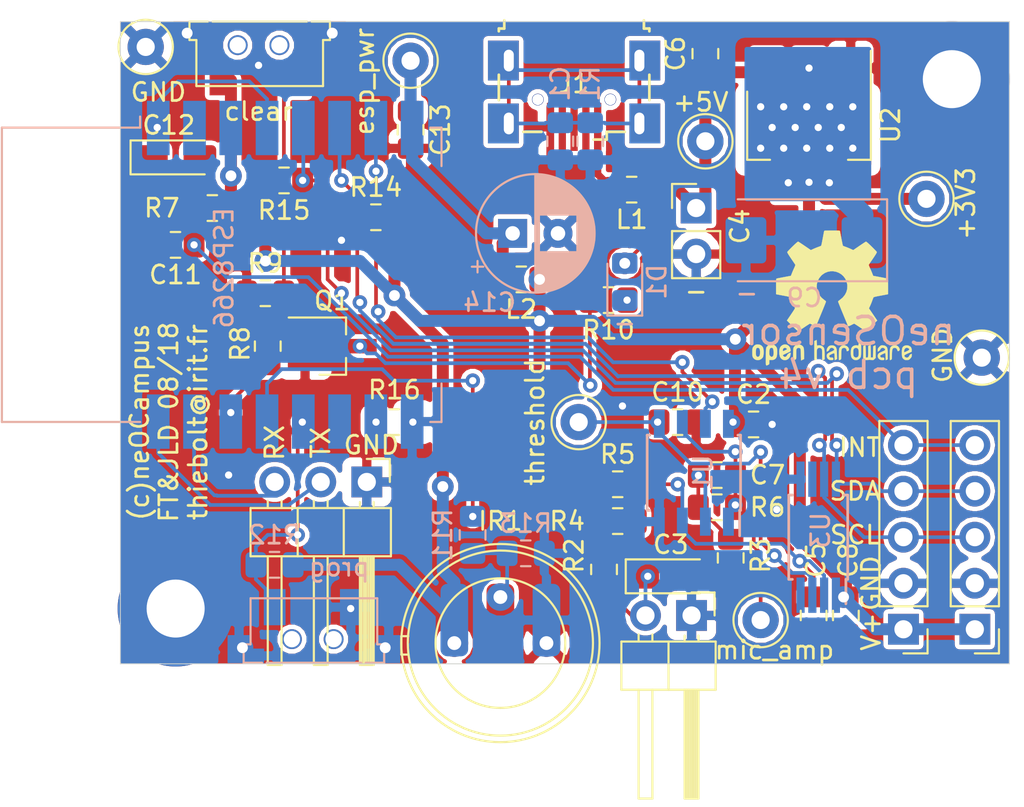
<source format=kicad_pcb>
(kicad_pcb (version 20171130) (host pcbnew 6.0.0-rc1-unknown-r13609-32d262b0)
  (title_block (title neOSensor) (date 2018-08-21) (rev v4))
  (layers (0 F.Cu jumper) (31 B.Cu signal) (34 B.Paste user hide) (35 F.Paste user hide) (36 B.SilkS user) (37 F.SilkS user) (38 B.Mask user hide) (39 F.Mask user hide) (44 Edge.Cuts user hide))
  (net 0 "")
  (net 1 "Net-(J1-Pad1)")
  (net 2 "Net-(J1-Pad2)")
  (net 3 "Net-(J1-Pad3)")
  (net 4 "Net-(J1-Pad4)")
  (net 5 GND)
  (net 6 "Net-(C1-Pad1)")
  (net 7 "Net-(Q1-Pad1)")
  (net 8 +3V3)
  (net 9 "Net-(IR1-Pad2)")
  (net 10 /RST)
  (net 11 "Net-(U4-Pad2)")
  (net 12 /SDA)
  (net 13 /SCL)
  (net 14 /NOISE)
  (net 15 /esp_pwr)
  (net 16 "Net-(R16-Pad2)")
  (net 17 "Net-(U4-Pad17)")
  (net 18 /GPIO0)
  (net 19 /IR)
  (net 20 /LED)
  (net 21 /RxD)
  (net 22 /TxD)
  (net 23 "Net-(C7-Pad1)")
  (net 24 +5V)
  (net 25 "Net-(C10-Pad1)")
  (net 26 "Net-(C7-Pad2)")
  (net 27 "Net-(C3-Pad2)")
  (net 28 /INT)
  (net 29 "Net-(C5-Pad1)")
  (net 30 "Net-(Q1-Pad3)")
  (net 31 "Net-(D1-Pad1)")
  (net 32 "Net-(C3-Pad1)")
  (net 33 "Net-(U3-Pad4)")
  (module Capacitor_Tantalum_SMD:CP_EIA-3216-12_Kemet-S_Pad1.58x1.35mm_HandSolder (layer F.Cu) (at 121.158 109.093)
    (fp_text reference C12 (at -0.381 -1.778) (layer F.SilkS))
    (fp_text value "100nF to 1µF*")
    (pad 2 smd roundrect (at 1.4375 0) (size 1.8 1.35) (drill (offset -0.1 0)) (layers F.Cu F.Paste F.Mask) (roundrect_rratio 0.185) (net 28 /INT))
    (pad 1 smd roundrect (at -1.4375 0) (size 1.8 1.35) (drill (offset 0.1 0)) (layers F.Cu F.Paste F.Mask) (roundrect_rratio 0.185) (net 10 /RST))
  )
  (module neosensor_addon:TSSOP-8_4.4x3mm_P0.65mm_handsolder (layer B.Cu) (at 156.591 130.048 90)
    (fp_text reference U3 (at 0.381 0.127 90) (layer B.SilkS) (effects (justify mirror)))
    (fp_text value MCP47FEB21)
    (pad 8 smd rect (at 2.95 0.975 90) (size 1.95 0.45) (drill (offset 0.25 0)) (layers B.Cu B.Paste B.Mask) (net 12 /SDA))
    (pad 7 smd rect (at 2.95 0.325 90) (size 1.95 0.45) (drill (offset 0.25 0)) (layers B.Cu B.Paste B.Mask) (net 13 /SCL))
    (pad 6 smd rect (at 2.95 -0.325 90) (size 1.95 0.45) (drill (offset 0.25 0)) (layers B.Cu B.Paste B.Mask) (net 5 GND))
    (pad 5 smd rect (at 2.95 -0.975 90) (size 1.95 0.45) (drill (offset 0.25 0)) (layers B.Cu B.Paste B.Mask) (net 5 GND))
    (pad 4 smd rect (at -2.95 -0.975 90) (size 1.95 0.45) (drill (offset -0.25 0)) (layers B.Cu B.Paste B.Mask) (net 33 "Net-(U3-Pad4)"))
    (pad 3 smd rect (at -2.95 -0.325 90) (size 1.95 0.45) (drill (offset -0.25 0)) (layers B.Cu B.Paste B.Mask) (net 25 "Net-(C10-Pad1)"))
    (pad 2 smd rect (at -2.95 0.325 90) (size 1.95 0.45) (drill (offset -0.25 0)) (layers B.Cu B.Paste B.Mask) (net 29 "Net-(C5-Pad1)"))
    (pad 1 smd rect (at -2.95 0.975 90) (size 1.95 0.45) (drill (offset -0.25 0)) (layers B.Cu B.Paste B.Mask) (net 8 +3V3))
  )
  (module Package_TO_SOT_SMD:SOT-23_Handsoldering (layer F.Cu) (at 129.794 119.507)
    (fp_text reference Q1 (at 0 -2.5) (layer F.SilkS))
    (fp_text value 2N7002)
    (pad 3 smd rect (at 1.5 0) (size 1.9 0.8) (layers F.Cu F.Paste F.Mask) (net 30 "Net-(Q1-Pad3)"))
    (pad 2 smd rect (at -1.5 0.95) (size 1.9 0.8) (layers F.Cu F.Paste F.Mask) (net 5 GND))
    (pad 1 smd rect (at -1.5 -0.95) (size 1.9 0.8) (layers F.Cu F.Paste F.Mask) (net 7 "Net-(Q1-Pad1)"))
  )
  (module TestPoint:TestPoint_Loop_D2.50mm_Drill1.0mm (layer F.Cu) (at 143.383 123.698)
    (fp_text reference threshold (at -2.413 0 90) (layer F.SilkS))
    (fp_text value Threshold)
    (pad 1 thru_hole circle (at 0 0) (size 2 2) (drill 1) (layers *.Cu *.Mask) (net 25 "Net-(C10-Pad1)"))
  )
  (module TestPoint:TestPoint_Loop_D2.50mm_Drill1.0mm (layer F.Cu) (at 134.112 103.759)
    (fp_text reference esp_pwr (at -2.54 1.143 90) (layer F.SilkS))
    (fp_text value esp_pwr)
    (pad 1 thru_hole circle (at 0 0) (size 2 2) (drill 1) (layers *.Cu *.Mask) (net 15 /esp_pwr))
  )
  (module TestPoint:TestPoint_Loop_D2.50mm_Drill1.0mm (layer F.Cu) (at 153.416 134.62)
    (fp_text reference mic_amp (at 0.762 1.651) (layer F.SilkS))
    (fp_text value MIC_AMP)
    (pad 1 thru_hole circle (at 0 0) (size 2 2) (drill 1) (layers *.Cu *.Mask) (net 23 "Net-(C7-Pad1)"))
  )
  (module TestPoint:TestPoint_Loop_D2.50mm_Drill1.0mm (layer F.Cu) (at 119.507 102.997)
    (fp_text reference GND (at 0.7 2.5) (layer F.SilkS))
    (fp_text value GND)
    (pad 1 thru_hole circle (at 0 0) (size 2 2) (drill 1) (layers *.Cu *.Mask) (net 5 GND))
  )
  (module TestPoint:TestPoint_Loop_D2.50mm_Drill1.0mm (layer F.Cu) (at 165.608 120.142)
    (fp_text reference GND (at -2.159 -0.127 90) (layer F.SilkS))
    (fp_text value GND)
    (pad 1 thru_hole circle (at 0 0) (size 2 2) (drill 1) (layers *.Cu *.Mask) (net 5 GND))
  )
  (module TestPoint:TestPoint_Loop_D2.50mm_Drill1.0mm (layer F.Cu) (at 162.56 111.379)
    (fp_text reference +3V3 (at 2.159 0.254 90) (layer F.SilkS))
    (fp_text value +3v3)
    (pad 1 thru_hole circle (at 0 0) (size 2 2) (drill 1) (layers *.Cu *.Mask) (net 8 +3V3))
  )
  (module TestPoint:TestPoint_Loop_D2.50mm_Drill1.0mm (layer F.Cu) (at 150.368 108.204 90)
    (fp_text reference +5V (at 2.159 -0.254) (layer F.SilkS))
    (fp_text value +5v)
    (pad 1 thru_hole circle (at 0 0 90) (size 2 2) (drill 1) (layers *.Cu *.Mask) (net 24 +5V))
  )
  (module neosensor_addon:G71Y_µsw_smd (layer B.Cu) (at 128.846 136.974)
    (fp_text reference prog (at 1.329 -5.275 180) (layer B.SilkS) (effects (justify mirror)))
    (fp_text value prog)
    (pad 3 smd rect (at -3.81 -0.381) (size 2 0.8) (layers B.Cu B.Paste B.Mask) (net 5 GND))
    (pad 3 smd rect (at -4.191 -0.762) (size 1.27 1.524) (layers B.Cu B.Paste B.Mask) (net 5 GND))
    (pad 3 smd rect (at 3.683 -0.381) (size 2 0.8) (layers B.Cu B.Paste B.Mask) (net 5 GND))
    (pad 3 smd rect (at 4.064 -0.762) (size 1.27 1.524) (layers B.Cu B.Paste B.Mask) (net 5 GND))
    (pad 1 smd rect (at -2.227 -2.667) (size 1.2 2) (drill (offset 0 -0.4)) (layers B.Cu B.Paste B.Mask) (net 18 /GPIO0))
    (pad 2 smd rect (at 1.973 -2.667) (size 1.2 2) (drill (offset 0 -0.4)) (layers B.Cu B.Paste B.Mask) (net 5 GND))
    (pad "" np_thru_hole circle (at -1.277 -1.3) (size 1.1 1.1) (drill 0.9) (layers *.Cu *.Mask))
    (pad "" np_thru_hole circle (at 1.023 -1.3) (size 1.1 1.1) (drill 0.9) (layers *.Cu *.Mask))
  )
  (module neosensor_addon:G71Y_µsw_smd (layer F.Cu) (at 125.857 101.6)
    (fp_text reference clear (at -0.127 4.953 180) (layer F.SilkS))
    (fp_text value clear)
    (pad 3 smd rect (at -3.81 0.381) (size 2 0.8) (layers F.Cu F.Paste F.Mask) (net 5 GND))
    (pad 3 smd rect (at -4.191 0.762) (size 1.27 1.524) (layers F.Cu F.Paste F.Mask) (net 5 GND))
    (pad 3 smd rect (at 3.683 0.381) (size 2 0.8) (layers F.Cu F.Paste F.Mask) (net 5 GND))
    (pad 3 smd rect (at 4.064 0.762) (size 1.27 1.524) (layers F.Cu F.Paste F.Mask) (net 5 GND))
    (pad 1 smd rect (at -2.227 2.667) (size 1.2 2) (drill (offset 0 0.4)) (layers F.Cu F.Paste F.Mask) (net 8 +3V3))
    (pad 2 smd rect (at 1.973 2.667) (size 1.2 2) (drill (offset 0 0.4)) (layers F.Cu F.Paste F.Mask) (net 7 "Net-(Q1-Pad1)"))
    (pad "" np_thru_hole circle (at -1.277 1.3) (size 1.1 1.1) (drill 0.9) (layers *.Cu *.Mask))
    (pad "" np_thru_hole circle (at 1.023 1.3) (size 1.1 1.1) (drill 0.9) (layers *.Cu *.Mask))
  )
  (module neosensor_addon:IRsensor_TH_and_smd (layer F.Cu) (at 139.065 135.89)
    (fp_text reference IR1 (at 0 -6.731) (layer F.SilkS))
    (fp_text value IRsensor)
    (pad 2 connect roundrect (at 0 -1.27) (size 1.524 4) (layers F.Cu F.Mask) (net 9 "Net-(IR1-Pad2)"))
    (pad 3 connect roundrect (at 2.54 -1.27) (size 1.524 4) (layers B.Cu B.Mask) (net 5 GND))
    (pad 1 connect roundrect (at -2.54 -1.27) (size 1.524 4) (layers B.Cu B.Mask) (net 8 +3V3))
    (pad 1 thru_hole circle (at -2.54 0) (size 1.524 1.524) (drill 0.762) (layers *.Cu *.Mask) (net 8 +3V3))
    (pad 2 thru_hole circle (at 0 -2.54) (size 1.524 1.524) (drill 0.762) (layers *.Cu *.Mask) (net 9 "Net-(IR1-Pad2)"))
    (pad 3 thru_hole circle (at 2.54 0) (size 1.524 1.524) (drill 0.762) (layers *.Cu *.Mask) (net 5 GND))
  )
  (module Package_SO:SOIC-8_3.9x4.9mm_P1.27mm (layer B.Cu) (at 149.733 126.492 90)
    (fp_text reference U1 (at 0 0.508 90) (layer B.SilkS) (effects (justify mirror)))
    (fp_text value AD8052)
    (pad 8 smd rect (at 2.7 1.905 90) (size 1.55 0.6) (layers B.Cu B.Paste B.Mask) (net 8 +3V3))
    (pad 7 smd rect (at 2.7 0.635 90) (size 1.55 0.6) (layers B.Cu B.Paste B.Mask) (net 14 /NOISE))
    (pad 6 smd rect (at 2.7 -0.635 90) (size 1.55 0.6) (layers B.Cu B.Paste B.Mask) (net 23 "Net-(C7-Pad1)"))
    (pad 5 smd rect (at 2.7 -1.905 90) (size 1.55 0.6) (layers B.Cu B.Paste B.Mask) (net 25 "Net-(C10-Pad1)"))
    (pad 4 smd rect (at -2.7 -1.905 90) (size 1.55 0.6) (layers B.Cu B.Paste B.Mask) (net 5 GND))
    (pad 3 smd rect (at -2.7 -0.635 90) (size 1.55 0.6) (layers B.Cu B.Paste B.Mask) (net 29 "Net-(C5-Pad1)"))
    (pad 2 smd rect (at -2.7 0.635 90) (size 1.55 0.6) (layers B.Cu B.Paste B.Mask) (net 26 "Net-(C7-Pad2)"))
    (pad 1 smd rect (at -2.7 1.905 90) (size 1.55 0.6) (layers B.Cu B.Paste B.Mask) (net 23 "Net-(C7-Pad1)"))
  )
  (module neosensor_addon:micro-usb-aliexpress (layer F.Cu) (at 143.129 101.6 180)
    (fp_text reference J1 (at 0 -3.429 180) (layer F.SilkS))
    (fp_text value USB_B_Micro)
    (pad 6 thru_hole rect (at 3.6 -5.62 180) (size 1.7 2.2) (drill oval 0.55 1.2 (offset 0.3 0)) (layers *.Cu *.Mask) (net 6 "Net-(C1-Pad1)"))
    (pad 6 thru_hole rect (at -3.6 -5.62 180) (size 1.7 2.2) (drill oval 0.55 1.2 (offset -0.3 0)) (layers *.Cu *.Mask) (net 6 "Net-(C1-Pad1)"))
    (pad "" np_thru_hole circle (at 2 -4.3 180) (size 0.65 0.65) (drill 0.6) (layers *.Cu *.Mask))
    (pad "" np_thru_hole circle (at -2 -4.3 180) (size 0.65 0.65) (drill 0.6) (layers *.Cu *.Mask))
    (pad 6 thru_hole rect (at 3.6 -2.15 180) (size 1.7 2.2) (drill oval 0.55 1.2 (offset 0.3 0)) (layers *.Cu *.Mask) (net 6 "Net-(C1-Pad1)"))
    (pad 6 thru_hole rect (at -3.6 -2.15 180) (size 1.7 2.2) (drill oval 0.55 1.2 (offset -0.3 0)) (layers *.Cu *.Mask) (net 6 "Net-(C1-Pad1)"))
    (pad 5 smd rect (at 1.3 -5.31 180) (size 0.4 2.65) (drill (offset 0 -0.5)) (layers F.Cu F.Paste F.Mask) (net 5 GND))
    (pad 4 smd rect (at 0.65 -5.31 180) (size 0.4 2.65) (drill (offset 0 -0.5)) (layers F.Cu F.Paste F.Mask) (net 4 "Net-(J1-Pad4)"))
    (pad 3 smd rect (at 0 -5.31 180) (size 0.4 2.65) (drill (offset 0 -0.5)) (layers F.Cu F.Paste F.Mask) (net 3 "Net-(J1-Pad3)"))
    (pad 2 smd rect (at -0.65 -5.31 180) (size 0.4 2.65) (drill (offset 0 -0.5)) (layers F.Cu F.Paste F.Mask) (net 2 "Net-(J1-Pad2)"))
    (pad 1 smd rect (at -1.3 -5.31 180) (size 0.4 2.65) (drill (offset 0 -0.5)) (layers F.Cu F.Paste F.Mask) (net 1 "Net-(J1-Pad1)"))
  )
  (module neosensor_addon:ESP-12F-nospi (layer B.Cu) (at 123.698 115.57 270)
    (fp_text reference ESP8266 (at -0.381 -0.127 270) (layer B.SilkS) (effects (justify mirror)))
    (fp_text value ESP-12F-nospi)
    (pad 22 smd rect (at 7.6 3.5 270) (size 3 1.25) (drill (offset 0.5 0)) (layers B.Cu B.Paste B.Mask) (net 22 /TxD))
    (pad 21 smd rect (at 7.6 1.5 270) (size 3 1.25) (drill (offset 0.5 0)) (layers B.Cu B.Paste B.Mask) (net 21 /RxD))
    (pad 20 smd rect (at 7.6 -0.5 270) (size 3 1.25) (drill (offset 0.5 0)) (layers B.Cu B.Paste B.Mask) (net 20 /LED))
    (pad 19 smd rect (at 7.6 -2.5 270) (size 3 1.25) (drill (offset 0.5 0)) (layers B.Cu B.Paste B.Mask) (net 19 /IR))
    (pad 18 smd rect (at 7.6 -4.5 270) (size 3 1.25) (drill (offset 0.5 0)) (layers B.Cu B.Paste B.Mask) (net 18 /GPIO0))
    (pad 17 smd rect (at 7.6 -6.5 270) (size 3 1.25) (drill (offset 0.5 0)) (layers B.Cu B.Paste B.Mask) (net 17 "Net-(U4-Pad17)"))
    (pad 16 smd rect (at 7.6 -8.5 270) (size 3 1.25) (drill (offset 0.5 0)) (layers B.Cu B.Paste B.Mask) (net 16 "Net-(R16-Pad2)"))
    (pad 15 smd rect (at 7.6 -10.5 270) (size 3 1.25) (drill (offset 0.5 0)) (layers B.Cu B.Paste B.Mask) (net 5 GND))
    (pad 8 smd rect (at -7.6 -10.5 270) (size 3 1.25) (drill (offset -0.5 0)) (layers B.Cu B.Paste B.Mask) (net 15 /esp_pwr))
    (pad 7 smd rect (at -7.6 -8.5 270) (size 3 1.25) (drill (offset -0.5 0)) (layers B.Cu B.Paste B.Mask) (net 14 /NOISE))
    (pad 6 smd rect (at -7.6 -6.5 270) (size 3 1.25) (drill (offset -0.5 0)) (layers B.Cu B.Paste B.Mask) (net 13 /SCL))
    (pad 5 smd rect (at -7.6 -4.5 270) (size 3 1.25) (drill (offset -0.5 0)) (layers B.Cu B.Paste B.Mask) (net 12 /SDA))
    (pad 4 smd rect (at -7.6 -2.5 270) (size 3 1.25) (drill (offset -0.5 0)) (layers B.Cu B.Paste B.Mask) (net 10 /RST))
    (pad 3 smd rect (at -7.6 -0.5 270) (size 3 1.25) (drill (offset -0.5 0)) (layers B.Cu B.Paste B.Mask) (net 8 +3V3))
    (pad 2 smd rect (at -7.6 1.5 270) (size 3 1.25) (drill (offset -0.5 0)) (layers B.Cu B.Paste B.Mask) (net 11 "Net-(U4-Pad2)"))
    (pad 1 smd rect (at -7.6 3.5 270) (size 3 1.25) (drill (offset -0.5 0)) (layers B.Cu B.Paste B.Mask) (net 10 /RST))
  )
  (module MountingHole:MountingHole_3.2mm_M3_Pad (layer F.Cu) (at 163.957 104.775)
    (fp_text reference MH1 hide)
    (fp_text value "3.2mm for M3 screw")
    (pad 1 thru_hole circle (at 0 0) (size 6.4 6.4) (drill 3.2) (layers *.Cu *.Mask) (net 5 GND))
  )
  (module MountingHole:MountingHole_3.2mm_M3_Pad (layer F.Cu) (at 121.158 133.985)
    (fp_text reference MH2 hide)
    (fp_text value "3.2mm for M3 screw")
    (pad 1 thru_hole circle (at 0 0) (size 6.4 6.4) (drill 3.2) (layers *.Cu *.Mask) (net 5 GND))
  )
  (module Capacitor_SMD:C_0805_2012Metric_Pad1.15x1.40mm_HandSolder (layer F.Cu) (at 134.112 107.569 270)
    (fp_text reference C13 (at 0 -1.65 270) (layer F.SilkS))
    (fp_text value 100nF)
    (pad 2 smd roundrect (at 1.025 0 270) (size 1.15 1.4) (layers F.Cu F.Paste F.Mask) (roundrect_rratio 0.217391) (net 5 GND))
    (pad 1 smd roundrect (at -1.025 0 270) (size 1.15 1.4) (layers F.Cu F.Paste F.Mask) (roundrect_rratio 0.217391) (net 15 /esp_pwr))
  )
  (module Capacitor_SMD:C_0805_2012Metric_Pad1.15x1.40mm_HandSolder (layer F.Cu) (at 121.149 113.919 180)
    (fp_text reference C11 (at 0 -1.65 180) (layer F.SilkS))
    (fp_text value 100n)
    (pad 2 smd roundrect (at 1.025 0 180) (size 1.15 1.4) (layers F.Cu F.Paste F.Mask) (roundrect_rratio 0.217391) (net 5 GND))
    (pad 1 smd roundrect (at -1.025 0 180) (size 1.15 1.4) (layers F.Cu F.Paste F.Mask) (roundrect_rratio 0.217391) (net 28 /INT))
  )
  (module Capacitor_SMD:C_0805_2012Metric_Pad1.15x1.40mm_HandSolder (layer F.Cu) (at 148.835 123.698)
    (fp_text reference C10 (at 0 -1.65) (layer F.SilkS))
    (fp_text value 100n)
    (pad 2 smd roundrect (at 1.025 0) (size 1.15 1.4) (layers F.Cu F.Paste F.Mask) (roundrect_rratio 0.217391) (net 5 GND))
    (pad 1 smd roundrect (at -1.025 0) (size 1.15 1.4) (layers F.Cu F.Paste F.Mask) (roundrect_rratio 0.217391) (net 25 "Net-(C10-Pad1)"))
  )
  (module Capacitor_SMD:C_0805_2012Metric_Pad1.15x1.40mm_HandSolder (layer F.Cu) (at 158.115 134.366 90)
    (fp_text reference C8 (at 3.048 0.127 90) (layer F.SilkS))
    (fp_text value 100n)
    (pad 2 smd roundrect (at 1.025 0 90) (size 1.15 1.4) (layers F.Cu F.Paste F.Mask) (roundrect_rratio 0.217391) (net 8 +3V3))
    (pad 1 smd roundrect (at -1.025 0 90) (size 1.15 1.4) (layers F.Cu F.Paste F.Mask) (roundrect_rratio 0.217391) (net 5 GND))
  )
  (module Capacitor_SMD:C_0805_2012Metric_Pad1.15x1.40mm_HandSolder (layer F.Cu) (at 151.003 126.619 180)
    (fp_text reference C7 (at -2.794 0 180) (layer F.SilkS))
    (fp_text value 120p)
    (pad 2 smd roundrect (at 1.025 0 180) (size 1.15 1.4) (layers F.Cu F.Paste F.Mask) (roundrect_rratio 0.217391) (net 26 "Net-(C7-Pad2)"))
    (pad 1 smd roundrect (at -1.025 0 180) (size 1.15 1.4) (layers F.Cu F.Paste F.Mask) (roundrect_rratio 0.217391) (net 23 "Net-(C7-Pad1)"))
  )
  (module Capacitor_SMD:C_0805_2012Metric_Pad1.15x1.40mm_HandSolder (layer F.Cu) (at 150.368 103.369 90)
    (fp_text reference C6 (at 0 -1.65 90) (layer F.SilkS))
    (fp_text value 100nF)
    (pad 2 smd roundrect (at 1.025 0 90) (size 1.15 1.4) (layers F.Cu F.Paste F.Mask) (roundrect_rratio 0.217391) (net 5 GND))
    (pad 1 smd roundrect (at -1.025 0 90) (size 1.15 1.4) (layers F.Cu F.Paste F.Mask) (roundrect_rratio 0.217391) (net 24 +5V))
  )
  (module Capacitor_SMD:C_0805_2012Metric_Pad1.15x1.40mm_HandSolder (layer F.Cu) (at 156.337 134.366 270)
    (fp_text reference C5 (at -3.048 -0.127 270) (layer F.SilkS))
    (fp_text value 100n)
    (pad 2 smd roundrect (at 1.025 0 270) (size 1.15 1.4) (layers F.Cu F.Paste F.Mask) (roundrect_rratio 0.217391) (net 5 GND))
    (pad 1 smd roundrect (at -1.025 0 270) (size 1.15 1.4) (layers F.Cu F.Paste F.Mask) (roundrect_rratio 0.217391) (net 29 "Net-(C5-Pad1)"))
  )
  (module Capacitor_SMD:C_0805_2012Metric_Pad1.15x1.40mm_HandSolder (layer B.Cu) (at 142.367 108.204 270)
    (fp_text reference C1 (at -3.175 0 270) (layer B.SilkS) (effects (justify mirror)))
    (fp_text value 4n7)
    (pad 2 smd roundrect (at 1.025 0 270) (size 1.15 1.4) (layers B.Cu B.Paste B.Mask) (roundrect_rratio 0.217391) (net 5 GND))
    (pad 1 smd roundrect (at -1.025 0 270) (size 1.15 1.4) (layers B.Cu B.Paste B.Mask) (roundrect_rratio 0.217391) (net 6 "Net-(C1-Pad1)"))
  )
  (module Capacitor_SMD:C_0805_2012Metric_Pad1.15x1.40mm_HandSolder (layer F.Cu) (at 153.026 123.825 180)
    (fp_text reference C2 (at 0 1.651 180) (layer F.SilkS))
    (fp_text value 100n)
    (pad 2 smd roundrect (at 1.025 0 180) (size 1.15 1.4) (layers F.Cu F.Paste F.Mask) (roundrect_rratio 0.217391) (net 8 +3V3))
    (pad 1 smd roundrect (at -1.025 0 180) (size 1.15 1.4) (layers F.Cu F.Paste F.Mask) (roundrect_rratio 0.217391) (net 5 GND))
  )
  (module Capacitor_THT:CP_Radial_D6.3mm_P2.50mm (layer B.Cu) (at 139.74 113.284)
    (fp_text reference C14 (at -1.27 3.81) (layer B.SilkS) (effects (justify mirror)))
    (fp_text value "470µ 6.3v")
    (pad 2 thru_hole circle (at 2.5 0) (size 1.6 1.6) (drill 0.8) (layers *.Cu *.Mask) (net 5 GND))
    (pad 1 thru_hole rect (at 0 0) (size 1.6 1.6) (drill 0.8) (layers *.Cu *.Mask) (net 15 /esp_pwr))
  )
  (module Capacitor_Tantalum_SMD:CP_EIA-3216-18_Kemet-A_Pad1.58x1.35mm_HandSolder (layer F.Cu) (at 148.463 132.207)
    (fp_text reference C3 (at 0 -1.75) (layer F.SilkS))
    (fp_text value "1µ tantale")
    (pad 2 smd roundrect (at 1.4375 0) (size 1.575 1.35) (layers F.Cu F.Paste F.Mask) (roundrect_rratio 0.185185) (net 27 "Net-(C3-Pad2)"))
    (pad 1 smd roundrect (at -1.4375 0) (size 1.575 1.35) (layers F.Cu F.Paste F.Mask) (roundrect_rratio 0.185185) (net 32 "Net-(C3-Pad1)"))
  )
  (module Capacitor_Tantalum_SMD:CP_EIA-7343-31_Kemet-D_Pad2.25x2.55mm_HandSolder (layer B.Cu) (at 155.804 113.665 180)
    (fp_text reference C9 (at -0.025 -3.175 180) (layer B.SilkS) (effects (justify mirror)))
    (fp_text value "220µF 6.3v")
    (pad 2 smd roundrect (at 3.2 0 180) (size 2.25 2.55) (layers B.Cu B.Paste B.Mask) (roundrect_rratio 0.111111) (net 5 GND))
    (pad 1 smd roundrect (at -3.2 0 180) (size 2.25 2.55) (layers B.Cu B.Paste B.Mask) (roundrect_rratio 0.111111) (net 8 +3V3))
  )
  (module Connector_PinHeader_2.54mm:PinHeader_1x02_P2.54mm_Horizontal (layer F.Cu) (at 149.606 134.366 270)
    (fp_text reference MK1 hide)
    (fp_text value Microphone)
    (pad 2 thru_hole oval (at 0 2.54 270) (size 1.7 1.7) (drill 1) (layers *.Cu *.Mask) (net 32 "Net-(C3-Pad1)"))
    (pad 1 thru_hole rect (at 0 0 270) (size 1.7 1.7) (drill 1) (layers *.Cu *.Mask) (net 5 GND))
  )
  (module Connector_PinHeader_2.54mm:PinHeader_1x02_P2.54mm_Vertical (layer F.Cu) (at 149.86 111.887)
    (fp_text reference C4 (at 2.413 1.016 270) (layer F.SilkS))
    (fp_text value "10µF (opt)")
    (pad 2 thru_hole oval (at 0 2.54) (size 1.7 1.7) (drill 1) (layers *.Cu *.Mask) (net 5 GND))
    (pad 1 thru_hole rect (at 0 0) (size 1.7 1.7) (drill 1) (layers *.Cu *.Mask) (net 24 +5V))
  )
  (module Connector_PinHeader_2.54mm:PinHeader_1x03_P2.54mm_Horizontal (layer F.Cu) (at 131.699 127 270)
    (fp_text reference J4 hide)
    (fp_text value Conn_01x03)
    (pad 3 thru_hole oval (at 0 5.08 270) (size 1.7 1.7) (drill 1) (layers *.Cu *.Mask) (net 21 /RxD))
    (pad 2 thru_hole oval (at 0 2.54 270) (size 1.7 1.7) (drill 1) (layers *.Cu *.Mask) (net 22 /TxD))
    (pad 1 thru_hole rect (at 0 0 270) (size 1.7 1.7) (drill 1) (layers *.Cu *.Mask) (net 5 GND))
  )
  (module Connector_PinHeader_2.54mm:PinHeader_1x05_P2.54mm_Vertical (layer F.Cu) (at 161.29 135.128 180)
    (fp_text reference J2 hide)
    (fp_text value Conn_01x05)
    (pad 5 thru_hole oval (at 0 10.16 180) (size 1.7 1.7) (drill 1) (layers *.Cu *.Mask) (net 28 /INT))
    (pad 4 thru_hole oval (at 0 7.62 180) (size 1.7 1.7) (drill 1) (layers *.Cu *.Mask) (net 12 /SDA))
    (pad 3 thru_hole oval (at 0 5.08 180) (size 1.7 1.7) (drill 1) (layers *.Cu *.Mask) (net 13 /SCL))
    (pad 2 thru_hole oval (at 0 2.54 180) (size 1.7 1.7) (drill 1) (layers *.Cu *.Mask) (net 5 GND))
    (pad 1 thru_hole rect (at 0 0 180) (size 1.7 1.7) (drill 1) (layers *.Cu *.Mask) (net 8 +3V3))
  )
  (module Connector_PinHeader_2.54mm:PinHeader_1x05_P2.54mm_Vertical (layer F.Cu) (at 165.227 135.128 180)
    (fp_text reference J3 hide)
    (fp_text value Conn_01x05)
    (pad 5 thru_hole oval (at 0 10.16 180) (size 1.7 1.7) (drill 1) (layers *.Cu *.Mask) (net 28 /INT))
    (pad 4 thru_hole oval (at 0 7.62 180) (size 1.7 1.7) (drill 1) (layers *.Cu *.Mask) (net 12 /SDA))
    (pad 3 thru_hole oval (at 0 5.08 180) (size 1.7 1.7) (drill 1) (layers *.Cu *.Mask) (net 13 /SCL))
    (pad 2 thru_hole oval (at 0 2.54 180) (size 1.7 1.7) (drill 1) (layers *.Cu *.Mask) (net 5 GND))
    (pad 1 thru_hole rect (at 0 0 180) (size 1.7 1.7) (drill 1) (layers *.Cu *.Mask) (net 8 +3V3))
  )
  (module LED_SMD:LED_0805_2012Metric_Pad1.15x1.40mm_HandSolder (layer B.Cu) (at 145.923 115.96 90)
    (fp_text reference D1 (at 0 1.778 90) (layer B.SilkS) (effects (justify mirror)))
    (fp_text value Red)
    (pad 2 smd roundrect (at 1.025 0 90) (size 1.15 1.4) (layers B.Cu B.Paste B.Mask) (roundrect_rratio 0.217391) (net 24 +5V))
    (pad 1 smd roundrect (at -1.025 0 90) (size 1.15 1.4) (layers B.Cu B.Paste B.Mask) (roundrect_rratio 0.217391) (net 31 "Net-(D1-Pad1)"))
  )
  (module Package_TO_SOT_SMD:SOT-223-3_TabPin2 (layer F.Cu) (at 156.083 107.315 270)
    (fp_text reference U2 (at 0 -4.5 270) (layer F.SilkS))
    (fp_text value AMS1117-3.3)
    (pad 1 smd rect (at -3.15 -2.3 270) (size 2 1.5) (layers F.Cu F.Paste F.Mask) (net 5 GND))
    (pad 3 smd rect (at -3.15 2.3 270) (size 2 1.5) (layers F.Cu F.Paste F.Mask) (net 24 +5V))
    (pad 2 smd rect (at -3.15 0 270) (size 2 1.5) (layers F.Cu F.Paste F.Mask) (net 8 +3V3))
    (pad 2 smd rect (at 3.15 0 270) (size 2 3.8) (layers F.Cu F.Paste F.Mask) (net 8 +3V3))
  )
  (module Resistor_SMD:R_0805_2012Metric_Pad1.15x1.40mm_HandSolder (layer B.Cu) (at 126.61 131.572 180)
    (fp_text reference R12 (at 0 1.65 180) (layer B.SilkS) (effects (justify mirror)))
    (fp_text value 10K)
    (pad 2 smd roundrect (at 1.025 0 180) (size 1.15 1.4) (layers B.Cu B.Paste B.Mask) (roundrect_rratio 0.217391) (net 18 /GPIO0))
    (pad 1 smd roundrect (at -1.025 0 180) (size 1.15 1.4) (layers B.Cu B.Paste B.Mask) (roundrect_rratio 0.217391) (net 8 +3V3))
  )
  (module Resistor_SMD:R_0805_2012Metric_Pad1.15x1.40mm_HandSolder (layer B.Cu) (at 140.462 130.937 180)
    (fp_text reference R13 (at 0 1.651 180) (layer B.SilkS) (effects (justify mirror)))
    (fp_text value 15K)
    (pad 2 smd roundrect (at 1.025 0 180) (size 1.15 1.4) (layers B.Cu B.Paste B.Mask) (roundrect_rratio 0.217391) (net 9 "Net-(IR1-Pad2)"))
    (pad 1 smd roundrect (at -1.025 0 180) (size 1.15 1.4) (layers B.Cu B.Paste B.Mask) (roundrect_rratio 0.217391) (net 5 GND))
  )
  (module Resistor_SMD:R_0805_2012Metric_Pad1.15x1.40mm_HandSolder (layer F.Cu) (at 132.198 112.395)
    (fp_text reference R14 (at 0 -1.65) (layer F.SilkS))
    (fp_text value 4K7)
    (pad 2 smd roundrect (at 1.025 0) (size 1.15 1.4) (layers F.Cu F.Paste F.Mask) (roundrect_rratio 0.217391) (net 8 +3V3))
    (pad 1 smd roundrect (at -1.025 0) (size 1.15 1.4) (layers F.Cu F.Paste F.Mask) (roundrect_rratio 0.217391) (net 13 /SCL))
  )
  (module Resistor_SMD:R_0805_2012Metric_Pad1.15x1.40mm_HandSolder (layer F.Cu) (at 127.136 110.363 180)
    (fp_text reference R15 (at 0 -1.65 180) (layer F.SilkS))
    (fp_text value 4K7)
    (pad 2 smd roundrect (at 1.025 0 180) (size 1.15 1.4) (layers F.Cu F.Paste F.Mask) (roundrect_rratio 0.217391) (net 8 +3V3))
    (pad 1 smd roundrect (at -1.025 0 180) (size 1.15 1.4) (layers F.Cu F.Paste F.Mask) (roundrect_rratio 0.217391) (net 12 /SDA))
  )
  (module Resistor_SMD:R_0805_2012Metric_Pad1.15x1.40mm_HandSolder (layer F.Cu) (at 133.214 123.698 180)
    (fp_text reference R16 (at -0.009 1.778 180) (layer F.SilkS))
    (fp_text value 470)
    (pad 2 smd roundrect (at 1.025 0 180) (size 1.15 1.4) (layers F.Cu F.Paste F.Mask) (roundrect_rratio 0.217391) (net 16 "Net-(R16-Pad2)"))
    (pad 1 smd roundrect (at -1.025 0 180) (size 1.15 1.4) (layers F.Cu F.Paste F.Mask) (roundrect_rratio 0.217391) (net 5 GND))
  )
  (module Resistor_SMD:R_0805_2012Metric_Pad1.15x1.40mm_HandSolder (layer F.Cu) (at 140.217 115.824)
    (fp_text reference L2 (at -0.009 1.651) (layer F.SilkS))
    (fp_text value "Ferrite 470R")
    (pad 2 smd roundrect (at 1.025 0) (size 1.15 1.4) (layers F.Cu F.Paste F.Mask) (roundrect_rratio 0.217391) (net 8 +3V3))
    (pad 1 smd roundrect (at -1.025 0) (size 1.15 1.4) (layers F.Cu F.Paste F.Mask) (roundrect_rratio 0.217391) (net 15 /esp_pwr))
  )
  (module Resistor_SMD:R_0805_2012Metric_Pad1.15x1.40mm_HandSolder (layer F.Cu) (at 146.304 110.871 180)
    (fp_text reference L1 (at 0 -1.65 180) (layer F.SilkS))
    (fp_text value "Ferrite 470R")
    (pad 2 smd roundrect (at 1.025 0 180) (size 1.15 1.4) (layers F.Cu F.Paste F.Mask) (roundrect_rratio 0.217391) (net 1 "Net-(J1-Pad1)"))
    (pad 1 smd roundrect (at -1.025 0 180) (size 1.15 1.4) (layers F.Cu F.Paste F.Mask) (roundrect_rratio 0.217391) (net 24 +5V))
  )
  (module Resistor_SMD:R_0805_2012Metric_Pad1.15x1.40mm_HandSolder (layer B.Cu) (at 137.532 129.921 90)
    (fp_text reference R11 (at 0 -1.642 270) (layer B.SilkS) (effects (justify mirror)))
    (fp_text value 330)
    (pad 2 smd roundrect (at 1.025 0 90) (size 1.15 1.4) (layers B.Cu B.Paste B.Mask) (roundrect_rratio 0.217391) (net 19 /IR))
    (pad 1 smd roundrect (at -1.025 0 90) (size 1.15 1.4) (layers B.Cu B.Paste B.Mask) (roundrect_rratio 0.217391) (net 9 "Net-(IR1-Pad2)"))
  )
  (module Resistor_SMD:R_0805_2012Metric_Pad1.15x1.40mm_HandSolder (layer B.Cu) (at 144.018 108.204 270)
    (fp_text reference R1 (at -3.175 0 90) (layer B.SilkS) (effects (justify mirror)))
    (fp_text value 1M)
    (pad 2 smd roundrect (at 1.025 0 270) (size 1.15 1.4) (layers B.Cu B.Paste B.Mask) (roundrect_rratio 0.217391) (net 5 GND))
    (pad 1 smd roundrect (at -1.025 0 270) (size 1.15 1.4) (layers B.Cu B.Paste B.Mask) (roundrect_rratio 0.217391) (net 6 "Net-(C1-Pad1)"))
  )
  (module Resistor_SMD:R_0805_2012Metric_Pad1.15x1.40mm_HandSolder (layer F.Cu) (at 144.78 131.826 270)
    (fp_text reference R2 (at -0.762 1.651 270) (layer F.SilkS))
    (fp_text value 2K)
    (pad 2 smd roundrect (at 1.025 0 270) (size 1.15 1.4) (layers F.Cu F.Paste F.Mask) (roundrect_rratio 0.217391) (net 32 "Net-(C3-Pad1)"))
    (pad 1 smd roundrect (at -1.025 0 270) (size 1.15 1.4) (layers F.Cu F.Paste F.Mask) (roundrect_rratio 0.217391) (net 8 +3V3))
  )
  (module Resistor_SMD:R_0805_2012Metric_Pad1.15x1.40mm_HandSolder (layer F.Cu) (at 145.025 116.967 180)
    (fp_text reference R10 (at 0 -1.65 180) (layer F.SilkS))
    (fp_text value 68)
    (pad 2 smd roundrect (at 1.025 0 180) (size 1.15 1.4) (layers F.Cu F.Paste F.Mask) (roundrect_rratio 0.217391) (net 30 "Net-(Q1-Pad3)"))
    (pad 1 smd roundrect (at -1.025 0 180) (size 1.15 1.4) (layers F.Cu F.Paste F.Mask) (roundrect_rratio 0.217391) (net 31 "Net-(D1-Pad1)"))
  )
  (module Resistor_SMD:R_0805_2012Metric_Pad1.15x1.40mm_HandSolder (layer F.Cu) (at 145.533 129.159)
    (fp_text reference R4 (at -2.785 0) (layer F.SilkS))
    (fp_text value 10K)
    (pad 2 smd roundrect (at 1.025 0) (size 1.15 1.4) (layers F.Cu F.Paste F.Mask) (roundrect_rratio 0.217391) (net 29 "Net-(C5-Pad1)"))
    (pad 1 smd roundrect (at -1.025 0) (size 1.15 1.4) (layers F.Cu F.Paste F.Mask) (roundrect_rratio 0.217391) (net 8 +3V3))
  )
  (module Resistor_SMD:R_0805_2012Metric_Pad1.15x1.40mm_HandSolder (layer F.Cu) (at 145.533 127.127 180)
    (fp_text reference R5 (at 0 1.651 180) (layer F.SilkS))
    (fp_text value 10K)
    (pad 2 smd roundrect (at 1.025 0 180) (size 1.15 1.4) (layers F.Cu F.Paste F.Mask) (roundrect_rratio 0.217391) (net 5 GND))
    (pad 1 smd roundrect (at -1.025 0 180) (size 1.15 1.4) (layers F.Cu F.Paste F.Mask) (roundrect_rratio 0.217391) (net 29 "Net-(C5-Pad1)"))
  )
  (module Resistor_SMD:R_0805_2012Metric_Pad1.15x1.40mm_HandSolder (layer F.Cu) (at 151.003 128.397 180)
    (fp_text reference R6 (at -2.794 0 180) (layer F.SilkS))
    (fp_text value 100K)
    (pad 2 smd roundrect (at 1.025 0 180) (size 1.15 1.4) (layers F.Cu F.Paste F.Mask) (roundrect_rratio 0.217391) (net 26 "Net-(C7-Pad2)"))
    (pad 1 smd roundrect (at -1.025 0 180) (size 1.15 1.4) (layers F.Cu F.Paste F.Mask) (roundrect_rratio 0.217391) (net 23 "Net-(C7-Pad1)"))
  )
  (module Resistor_SMD:R_0805_2012Metric_Pad1.15x1.40mm_HandSolder (layer F.Cu) (at 123.181 111.887 180)
    (fp_text reference R7 (at 2.785 0 180) (layer F.SilkS))
    (fp_text value 10K)
    (pad 2 smd roundrect (at 1.025 0 180) (size 1.15 1.4) (layers F.Cu F.Paste F.Mask) (roundrect_rratio 0.217391) (net 28 /INT))
    (pad 1 smd roundrect (at -1.025 0 180) (size 1.15 1.4) (layers F.Cu F.Paste F.Mask) (roundrect_rratio 0.217391) (net 8 +3V3))
  )
  (module Resistor_SMD:R_0805_2012Metric_Pad1.15x1.40mm_HandSolder (layer F.Cu) (at 126.238 119.507 270)
    (fp_text reference R8 (at -0.127 1.524 270) (layer F.SilkS))
    (fp_text value 470)
    (pad 2 smd roundrect (at 1.025 0 270) (size 1.15 1.4) (layers F.Cu F.Paste F.Mask) (roundrect_rratio 0.217391) (net 20 /LED))
    (pad 1 smd roundrect (at -1.025 0 270) (size 1.15 1.4) (layers F.Cu F.Paste F.Mask) (roundrect_rratio 0.217391) (net 7 "Net-(Q1-Pad1)"))
  )
  (module Resistor_SMD:R_0805_2012Metric_Pad1.15x1.40mm_HandSolder (layer F.Cu) (at 126.102 116.586)
    (fp_text reference R9 (at 0 -1.65) (layer F.SilkS))
    (fp_text value 15K)
    (pad 2 smd roundrect (at 1.025 0) (size 1.15 1.4) (layers F.Cu F.Paste F.Mask) (roundrect_rratio 0.217391) (net 7 "Net-(Q1-Pad1)"))
    (pad 1 smd roundrect (at -1.025 0) (size 1.15 1.4) (layers F.Cu F.Paste F.Mask) (roundrect_rratio 0.217391) (net 5 GND))
  )
  (module Resistor_SMD:R_0805_2012Metric_Pad1.15x1.40mm_HandSolder (layer F.Cu) (at 151.765 131.191 270)
    (fp_text reference R3 (at -0.127 -1.651 270) (layer F.SilkS))
    (fp_text value 1K)
    (pad 2 smd roundrect (at 1.025 0 270) (size 1.15 1.4) (layers F.Cu F.Paste F.Mask) (roundrect_rratio 0.217391) (net 27 "Net-(C3-Pad2)"))
    (pad 1 smd roundrect (at -1.025 0 270) (size 1.15 1.4) (layers F.Cu F.Paste F.Mask) (roundrect_rratio 0.217391) (net 26 "Net-(C7-Pad2)"))
  )
  (module Symbol:OSHW-Logo2_9.8x8mm_SilkScreen (layer F.Cu) (at 157.353 116.84)
    (fp_text reference REF** hide)
    (fp_text value OSHW-Logo2_9.8x8mm_SilkScreen hide)
  )
  (gr_text "neOSensor\npcb v4" (at 158.242 119.888) (layer B.SilkS) (effects (font (size 1.5 1.5) (thickness 0.2)) (justify mirror)))
  (gr_text "(c)neOCampus\nFT&JLD 08/18\nthiebolt@irit.fr" (at 120.777 123.698 90) (layer F.SilkS) (effects (font (size 1 1))))
  (gr_text INT (at 158.877 125.095) (layer F.SilkS) (effects (font (size 1 1))))
  (gr_text SDA (at 158.623 127.508) (layer F.SilkS) (effects (font (size 1 1))))
  (gr_text SCL (at 158.623 129.921) (layer F.SilkS) (effects (font (size 1 1))))
  (gr_text GND (at 159.512 132.588 90) (layer F.SilkS) (effects (font (size 1 1))))
  (gr_text V+ (at 159.512 135.255 90) (layer F.SilkS) (effects (font (size 1 1))))
  (gr_text - (at 149.86 116.459) (layer F.SilkS) (effects (font (size 1 1))))
  (gr_text - (at 152.654 116.713 180) (layer B.SilkS) (effects (font (size 1 1)) (justify mirror)))
  (gr_text - (at 145.923 118.364 180) (layer B.SilkS) (effects (font (size 1 1)) (justify mirror)))
  (gr_text GND (at 131.953 124.968) (layer F.SilkS) (effects (font (size 1 1))))
  (gr_text TX (at 129.159 124.841 90) (layer F.SilkS) (effects (font (size 1 1))))
  (gr_text RX (at 126.619 124.841 90) (layer F.SilkS) (effects (font (size 1 1))))
  (gr_line (start 118.11 137.033) (end 118.11 101.6) (layer Edge.Cuts) (width 0.05))
  (gr_line (start 167.132 137.033) (end 118.11 137.033) (layer Edge.Cuts) (width 0.05))
  (gr_line (start 167.132 101.6) (end 167.132 137.033) (layer Edge.Cuts) (width 0.05))
  (gr_line (start 118.11 101.6) (end 167.132 101.6) (layer Edge.Cuts) (width 0.05))
  (segment (start 144.429 110.021) (end 145.279 110.871) (width 0.4) (layer F.Cu) (net 1))
  (segment (start 144.429 106.91) (end 144.429 110.021) (width 0.4) (layer F.Cu) (net 1))
  (via (at 130.81 133.985) (size 0.8) (drill 0.4) (layers F.Cu B.Cu) (net 5))
  (via (at 154.051 123.825) (size 0.8) (drill 0.4) (layers F.Cu B.Cu) (net 5))
  (via (at 121.793 102.235) (size 1.2) (drill 0.6) (layers F.Cu B.Cu) (net 5))
  (via (at 134.239 123.698) (size 0.8) (drill 0.4) (layers F.Cu B.Cu) (net 5))
  (via (at 129.794 102.235) (size 1.2) (drill 0.6) (layers F.Cu B.Cu) (net 5))
  (via (at 124.841 136.144) (size 1.2) (drill 0.6) (layers F.Cu B.Cu) (net 5))
  (via (at 132.715 136.144) (size 1.2) (drill 0.6) (layers F.Cu B.Cu) (net 5))
  (via (at 125.73 104.013) (size 0.8) (drill 0.4) (layers F.Cu B.Cu) (net 5))
  (via (at 154.305 128.524) (size 0.8) (drill 0.4) (layers F.Cu B.Cu) (net 5))
  (via (at 130.302 113.665) (size 0.8) (drill 0.4) (layers F.Cu B.Cu) (net 5))
  (via (at 145.796 122.809) (size 0.8) (drill 0.4) (layers F.Cu B.Cu) (net 5))
  (via (at 124.079 126.619) (size 0.8) (drill 0.4) (layers F.Cu B.Cu) (net 5))
  (segment (start 140.055 104.276) (end 142.367 104.276) (width 0.2032) (layer B.Cu) (net 6))
  (segment (start 139.529 103.75) (end 140.055 104.276) (width 0.2032) (layer B.Cu) (net 6))
  (segment (start 142.367 104.276) (end 144.018 104.276) (width 0.2032) (layer B.Cu) (net 6))
  (segment (start 146.203 104.276) (end 146.729 103.75) (width 0.2032) (layer B.Cu) (net 6))
  (segment (start 144.018 104.276) (end 146.203 104.276) (width 0.2032) (layer B.Cu) (net 6))
  (segment (start 139.529 107.22) (end 139.529 103.75) (width 0.2032) (layer F.Cu) (net 6))
  (segment (start 146.729 107.22) (end 146.729 103.75) (width 0.2032) (layer F.Cu) (net 6))
  (segment (start 141.526 107.22) (end 139.529 107.22) (width 0.2032) (layer B.Cu) (net 6))
  (segment (start 141.567 107.179) (end 141.526 107.22) (width 0.2032) (layer B.Cu) (net 6))
  (segment (start 142.367 107.179) (end 141.567 107.179) (width 0.2032) (layer B.Cu) (net 6))
  (segment (start 142.367 107.179) (end 144.018 107.179) (width 0.2032) (layer B.Cu) (net 6))
  (segment (start 144.818 107.179) (end 144.859 107.22) (width 0.2032) (layer B.Cu) (net 6))
  (segment (start 144.859 107.22) (end 146.729 107.22) (width 0.2032) (layer B.Cu) (net 6))
  (segment (start 144.018 107.179) (end 144.818 107.179) (width 0.2032) (layer B.Cu) (net 6))
  (segment (start 128.219 118.482) (end 128.294 118.557) (width 0.2032) (layer F.Cu) (net 7))
  (segment (start 126.238 118.482) (end 128.219 118.482) (width 0.2032) (layer F.Cu) (net 7))
  (segment (start 127.127 104.97) (end 127.127 116.586) (width 0.2032) (layer F.Cu) (net 7))
  (segment (start 127.83 104.267) (end 127.127 104.97) (width 0.2032) (layer F.Cu) (net 7))
  (segment (start 127.127 117.593) (end 126.238 118.482) (width 0.2032) (layer F.Cu) (net 7))
  (segment (start 127.127 116.586) (end 127.127 117.593) (width 0.2032) (layer F.Cu) (net 7))
  (via (at 154.94 110.49) (size 0.8) (drill 0.4) (layers F.Cu B.Cu) (net 8))
  (via (at 141.224 115.824) (size 1.2) (drill 0.6) (layers F.Cu B.Cu) (net 8))
  (via (at 157.988 133.35) (size 1.2) (drill 0.6) (layers F.Cu B.Cu) (net 8))
  (via (at 151.892 123.698) (size 0.8) (drill 0.4) (layers F.Cu B.Cu) (net 8))
  (via (at 153.416 106.299) (size 0.8) (drill 0.4) (layers F.Cu B.Cu) (net 8))
  (via (at 154.686 106.299) (size 0.8) (drill 0.4) (layers F.Cu B.Cu) (net 8))
  (via (at 157.226 106.299) (size 0.8) (drill 0.4) (layers F.Cu B.Cu) (net 8))
  (via (at 155.956 106.299) (size 0.8) (drill 0.4) (layers F.Cu B.Cu) (net 8))
  (via (at 158.496 106.299) (size 0.8) (drill 0.4) (layers F.Cu B.Cu) (net 8))
  (via (at 155.956 108.585) (size 0.8) (drill 0.4) (layers F.Cu B.Cu) (net 8))
  (via (at 154.686 108.585) (size 0.8) (drill 0.4) (layers F.Cu B.Cu) (net 8))
  (via (at 158.496 108.585) (size 0.8) (drill 0.4) (layers F.Cu B.Cu) (net 8))
  (via (at 153.416 108.585) (size 0.8) (drill 0.4) (layers F.Cu B.Cu) (net 8))
  (via (at 157.226 108.585) (size 0.8) (drill 0.4) (layers F.Cu B.Cu) (net 8))
  (via (at 156.591 107.442) (size 0.8) (drill 0.4) (layers F.Cu B.Cu) (net 8))
  (via (at 157.861 107.442) (size 0.8) (drill 0.4) (layers F.Cu B.Cu) (net 8))
  (via (at 155.321 107.442) (size 0.8) (drill 0.4) (layers F.Cu B.Cu) (net 8))
  (via (at 154.051 107.442) (size 0.8) (drill 0.4) (layers F.Cu B.Cu) (net 8))
  (segment (start 156.083 106.172) (end 155.956 106.299) (width 0.6604) (layer F.Cu) (net 8))
  (segment (start 156.083 104.165) (end 156.083 104.165) (width 0.6604) (layer F.Cu) (net 8))
  (segment (start 156.083 108.712) (end 155.956 108.585) (width 0.6604) (layer F.Cu) (net 8))
  (segment (start 156.083 110.465) (end 156.083 110.465) (width 0.6604) (layer F.Cu) (net 8))
  (segment (start 159.004 112.29) (end 157.204 110.49) (width 1.27) (layer B.Cu) (net 8))
  (segment (start 159.004 113.665) (end 159.004 112.29) (width 0.6604) (layer B.Cu) (net 8))
  (segment (start 156.997 111.379) (end 156.083 110.465) (width 0.6604) (layer F.Cu) (net 8))
  (segment (start 162.56 111.379) (end 156.997 111.379) (width 0.6604) (layer F.Cu) (net 8))
  (segment (start 123.63 104.267) (end 124.206 104.843) (width 0.6604) (layer F.Cu) (net 8))
  (via (at 124.206 110.109) (size 1.2) (drill 0.6) (layers F.Cu B.Cu) (net 8))
  (segment (start 124.206 110.109) (end 124.206 111.887) (width 0.6604) (layer F.Cu) (net 8))
  (segment (start 124.206 104.843) (end 124.206 110.109) (width 0.6604) (layer F.Cu) (net 8))
  (segment (start 124.198 110.101) (end 124.206 110.109) (width 0.6604) (layer B.Cu) (net 8))
  (segment (start 124.198 107.97) (end 124.198 110.101) (width 0.6604) (layer B.Cu) (net 8))
  (segment (start 125.839 111.887) (end 126.102 112.15) (width 0.6604) (layer F.Cu) (net 8))
  (segment (start 124.206 111.887) (end 125.839 111.887) (width 0.6604) (layer F.Cu) (net 8))
  (segment (start 126.102 110.372) (end 126.111 110.363) (width 0.6604) (layer F.Cu) (net 8))
  (segment (start 126.102 112.15) (end 126.102 110.372) (width 0.6604) (layer F.Cu) (net 8))
  (segment (start 165.227 135.128) (end 161.29 135.128) (width 0.6604) (layer B.Cu) (net 8))
  (segment (start 159.766 135.128) (end 157.988 133.35) (width 0.6604) (layer B.Cu) (net 8))
  (segment (start 161.29 135.128) (end 159.766 135.128) (width 0.6604) (layer B.Cu) (net 8))
  (segment (start 126.102 112.15) (end 126.102 114.799) (width 0.6604) (layer F.Cu) (net 8))
  (via (at 126.111 114.808) (size 1.2) (drill 0.6) (layers F.Cu B.Cu) (net 8))
  (segment (start 126.102 114.799) (end 126.111 114.808) (width 0.6604) (layer F.Cu) (net 8))
  (via (at 141.224 118.11) (size 1.2) (drill 0.6) (layers F.Cu B.Cu) (net 8))
  (segment (start 141.224 118.11) (end 144.145 118.11) (width 0.6604) (layer B.Cu) (net 8))
  (via (at 152.019 119.126) (size 1.2) (drill 0.6) (layers F.Cu B.Cu) (net 8))
  (segment (start 144.145 118.11) (end 145.161 119.126) (width 0.6604) (layer B.Cu) (net 8))
  (segment (start 145.161 119.126) (end 152.019 119.126) (width 0.6604) (layer B.Cu) (net 8))
  (segment (start 152.019 119.743) (end 152.001 119.761) (width 0.6604) (layer F.Cu) (net 8))
  (segment (start 152.019 119.126) (end 152.019 119.743) (width 0.6604) (layer F.Cu) (net 8))
  (segment (start 133.477 131.572) (end 136.525 134.62) (width 0.6604) (layer B.Cu) (net 8))
  (segment (start 127.635 131.572) (end 133.477 131.572) (width 0.6604) (layer B.Cu) (net 8))
  (segment (start 144.508 130.529) (end 144.78 130.801) (width 0.6604) (layer F.Cu) (net 8))
  (segment (start 144.508 129.159) (end 144.508 130.529) (width 0.6604) (layer F.Cu) (net 8))
  (segment (start 143.129 129.159) (end 144.508 129.159) (width 0.6604) (layer F.Cu) (net 8))
  (segment (start 141.224 118.11) (end 141.224 127.254) (width 0.6604) (layer F.Cu) (net 8))
  (segment (start 141.224 127.254) (end 143.129 129.159) (width 0.6604) (layer F.Cu) (net 8))
  (via (at 135.89 127.254) (size 1.2) (drill 0.6) (layers F.Cu B.Cu) (net 8))
  (segment (start 135.89 131.885) (end 135.89 127.254) (width 0.6604) (layer B.Cu) (net 8))
  (segment (start 136.525 134.62) (end 136.525 132.52) (width 0.6604) (layer B.Cu) (net 8))
  (segment (start 136.525 132.52) (end 135.89 131.885) (width 0.6604) (layer B.Cu) (net 8))
  (segment (start 156.083 115.062) (end 156.083 110.465) (width 0.6604) (layer F.Cu) (net 8))
  (segment (start 152.001 123.825) (end 152.001 119.144) (width 0.6604) (layer F.Cu) (net 8))
  (segment (start 152.001 119.144) (end 156.083 115.062) (width 0.6604) (layer F.Cu) (net 8))
  (segment (start 158.115 132.666) (end 155.575 130.126) (width 0.6604) (layer F.Cu) (net 8))
  (segment (start 158.115 133.341) (end 158.115 132.666) (width 0.6604) (layer F.Cu) (net 8))
  (segment (start 155.575 122.682) (end 152.019 119.126) (width 0.6604) (layer F.Cu) (net 8))
  (segment (start 155.575 130.126) (end 155.575 122.682) (width 0.6604) (layer F.Cu) (net 8))
  (via (at 133.223 116.713006) (size 1.2) (drill 0.6) (layers F.Cu B.Cu) (net 8))
  (segment (start 126.111 114.808) (end 131.317994 114.808) (width 0.6604) (layer B.Cu) (net 8))
  (segment (start 131.317994 114.808) (end 132.623001 116.113007) (width 0.6604) (layer B.Cu) (net 8))
  (segment (start 133.223 112.395) (end 133.223 116.713006) (width 0.6604) (layer F.Cu) (net 8))
  (segment (start 135.89 119.380006) (end 133.822999 117.313005) (width 0.6604) (layer F.Cu) (net 8))
  (segment (start 134.619994 118.11) (end 133.822999 117.313005) (width 0.6604) (layer B.Cu) (net 8))
  (segment (start 133.822999 117.313005) (end 133.223 116.713006) (width 0.6604) (layer B.Cu) (net 8))
  (segment (start 141.224 118.11) (end 134.619994 118.11) (width 0.6604) (layer B.Cu) (net 8))
  (segment (start 133.822999 117.313005) (end 133.223 116.713006) (width 0.6604) (layer F.Cu) (net 8))
  (segment (start 135.89 127.254) (end 135.89 119.380006) (width 0.6604) (layer F.Cu) (net 8))
  (segment (start 132.623001 116.113007) (end 133.223 116.713006) (width 0.6604) (layer B.Cu) (net 8))
  (segment (start 156.083 104.165) (end 156.083 106.172) (width 0.6604) (layer F.Cu) (net 8))
  (via (at 156.083 104.165) (size 0.8) (drill 0.4) (layers F.Cu B.Cu) (net 8))
  (segment (start 156.083 110.465) (end 156.083 108.712) (width 0.6604) (layer F.Cu) (net 8))
  (via (at 156.083 110.465) (size 0.8) (drill 0.4) (layers F.Cu B.Cu) (net 8))
  (segment (start 157.204 110.49) (end 157.204 110.49) (width 1.27) (layer B.Cu) (net 8))
  (via (at 157.204 110.49) (size 0.8) (drill 0.4) (layers F.Cu B.Cu) (net 8))
  (segment (start 141.224 115.824) (end 141.224 118.11) (width 0.6604) (layer F.Cu) (net 8))
  (segment (start 139.437 132.978) (end 139.065 133.35) (width 0.2032) (layer B.Cu) (net 9))
  (segment (start 139.437 130.937) (end 139.437 132.978) (width 0.2032) (layer B.Cu) (net 9))
  (segment (start 137.541 130.937) (end 137.532 130.946) (width 0.2032) (layer B.Cu) (net 9))
  (segment (start 139.437 130.937) (end 137.541 130.937) (width 0.2032) (layer B.Cu) (net 9))
  (via (at 120.142 107.442) (size 0.8) (drill 0.4) (layers F.Cu B.Cu) (net 10))
  (segment (start 120.133 109.093) (end 120.133 107.451) (width 0.2032) (layer F.Cu) (net 10))
  (segment (start 120.133 107.451) (end 120.142 107.442) (width 0.2032) (layer F.Cu) (net 10))
  (segment (start 126.198 105.878) (end 126.198 107.97) (width 0.2032) (layer B.Cu) (net 10))
  (segment (start 125.222 104.902) (end 126.198 105.878) (width 0.2032) (layer B.Cu) (net 10))
  (segment (start 121.285 104.902) (end 125.222 104.902) (width 0.2032) (layer B.Cu) (net 10))
  (segment (start 120.198 107.97) (end 120.198 105.989) (width 0.2032) (layer B.Cu) (net 10))
  (segment (start 120.198 105.989) (end 121.285 104.902) (width 0.2032) (layer B.Cu) (net 10))
  (via (at 128.161 110.363) (size 0.8) (drill 0.4) (layers F.Cu B.Cu) (net 12))
  (segment (start 128.198 107.97) (end 128.198 110.326) (width 0.2032) (layer B.Cu) (net 12))
  (segment (start 128.198 110.326) (end 128.161 110.363) (width 0.2032) (layer B.Cu) (net 12))
  (segment (start 165.227 127.508) (end 161.29 127.508) (width 0.2032) (layer B.Cu) (net 12))
  (segment (start 159.677919 127.098) (end 157.566 127.098) (width 0.2032) (layer B.Cu) (net 12))
  (segment (start 160.087919 127.508) (end 159.677919 127.098) (width 0.2032) (layer B.Cu) (net 12))
  (segment (start 161.29 127.508) (end 160.087919 127.508) (width 0.2032) (layer B.Cu) (net 12))
  (via (at 157.607 121.031) (size 0.8) (drill 0.4) (layers F.Cu B.Cu) (net 12))
  (via (at 157.607 124.968) (size 0.8) (drill 0.4) (layers F.Cu B.Cu) (net 12))
  (segment (start 157.607 127.057) (end 157.566 127.098) (width 0.2032) (layer B.Cu) (net 12))
  (segment (start 157.607 124.968) (end 157.607 127.057) (width 0.2032) (layer B.Cu) (net 12))
  (via (at 130.302 116.586) (size 0.8) (drill 0.4) (layers F.Cu B.Cu) (net 12))
  (segment (start 157.353 124.714) (end 157.607 124.968) (width 0.2032) (layer F.Cu) (net 12))
  (segment (start 157.607 121.031) (end 157.353 121.285) (width 0.2032) (layer F.Cu) (net 12))
  (segment (start 157.353 121.285) (end 157.353 124.714) (width 0.2032) (layer F.Cu) (net 12))
  (segment (start 157.607 121.031) (end 157.099 121.539) (width 0.2032) (layer B.Cu) (net 12))
  (segment (start 157.099 121.539) (end 145.415 121.539) (width 0.2032) (layer B.Cu) (net 12))
  (segment (start 143.611611 119.735611) (end 133.01744 119.735611) (width 0.2032) (layer B.Cu) (net 12))
  (segment (start 130.302 117.02017) (end 130.302 116.586) (width 0.2032) (layer B.Cu) (net 12))
  (segment (start 145.415 121.539) (end 143.611611 119.735611) (width 0.2032) (layer B.Cu) (net 12))
  (segment (start 133.01744 119.735611) (end 130.302 117.02017) (width 0.2032) (layer B.Cu) (net 12))
  (segment (start 129.54 111.067) (end 128.836 110.363) (width 0.2032) (layer F.Cu) (net 12))
  (segment (start 128.836 110.363) (end 128.161 110.363) (width 0.2032) (layer F.Cu) (net 12))
  (segment (start 130.302 116.586) (end 129.54 115.824) (width 0.2032) (layer F.Cu) (net 12))
  (segment (start 129.54 115.824) (end 129.54 111.067) (width 0.2032) (layer F.Cu) (net 12))
  (segment (start 165.227 130.048) (end 161.29 130.048) (width 0.2032) (layer B.Cu) (net 13))
  (segment (start 156.916 127.855202) (end 156.916 127.098) (width 0.2032) (layer B.Cu) (net 13))
  (segment (start 161.29 130.048) (end 159.108798 130.048) (width 0.2032) (layer B.Cu) (net 13))
  (segment (start 159.108798 130.048) (end 156.916 127.855202) (width 0.2032) (layer B.Cu) (net 13))
  (segment (start 130.198 107.97) (end 130.048 108.12) (width 0.2032) (layer B.Cu) (net 13))
  (via (at 156.591 120.885) (size 0.8) (drill 0.4) (layers F.Cu B.Cu) (net 13))
  (segment (start 156.972 124.650597) (end 156.972 121.266) (width 0.2032) (layer F.Cu) (net 13))
  (via (at 156.654597 124.968) (size 0.8) (drill 0.4) (layers F.Cu B.Cu) (net 13))
  (segment (start 156.972 121.266) (end 156.591 120.885) (width 0.2032) (layer F.Cu) (net 13))
  (segment (start 156.654597 124.968) (end 156.972 124.650597) (width 0.2032) (layer F.Cu) (net 13))
  (segment (start 156.916 125.229403) (end 156.916 127.098) (width 0.2032) (layer B.Cu) (net 13))
  (segment (start 156.916 125.229403) (end 156.654597 124.968) (width 0.2032) (layer B.Cu) (net 13))
  (segment (start 145.587688 121.158) (end 156.318 121.158) (width 0.2032) (layer B.Cu) (net 13))
  (segment (start 145.562298 121.18339) (end 145.587688 121.158) (width 0.2032) (layer B.Cu) (net 13))
  (segment (start 156.318 121.158) (end 156.591 120.885) (width 0.2032) (layer B.Cu) (net 13))
  (segment (start 143.611611 119.380002) (end 143.75891 119.380002) (width 0.2032) (layer B.Cu) (net 13))
  (segment (start 143.75891 119.380002) (end 145.562298 121.18339) (width 0.2032) (layer B.Cu) (net 13))
  (segment (start 133.164738 119.38) (end 143.611611 119.380002) (width 0.2032) (layer B.Cu) (net 13))
  (via (at 130.302 110.363) (size 0.8) (drill 0.4) (layers F.Cu B.Cu) (net 13))
  (segment (start 130.198 107.97) (end 130.198 110.259) (width 0.2032) (layer B.Cu) (net 13))
  (segment (start 130.198 110.259) (end 130.302 110.363) (width 0.2032) (layer B.Cu) (net 13))
  (segment (start 131.173 111.234) (end 131.173 112.395) (width 0.2032) (layer F.Cu) (net 13))
  (segment (start 130.302 110.363) (end 131.173 111.234) (width 0.2032) (layer F.Cu) (net 13))
  (segment (start 131.173 112.395) (end 131.173 116.949) (width 0.2032) (layer F.Cu) (net 13))
  (segment (start 143.611611 119.380009) (end 143.611611 119.380002) (width 0.2032) (layer B.Cu) (net 13))
  (segment (start 133.164736 119.380009) (end 143.611611 119.380009) (width 0.2032) (layer B.Cu) (net 13))
  (segment (start 131.987364 118.202637) (end 133.164736 119.380009) (width 0.2032) (layer B.Cu) (net 13))
  (segment (start 131.987364 118.202636) (end 131.987364 118.202637) (width 0.2032) (layer B.Cu) (net 13))
  (via (at 131.318 117.094) (size 0.8) (drill 0.4) (layers F.Cu B.Cu) (net 13))
  (segment (start 131.173 116.949) (end 131.318 117.094) (width 0.2032) (layer F.Cu) (net 13))
  (segment (start 131.318 117.094) (end 131.318 117.533272) (width 0.2032) (layer B.Cu) (net 13))
  (segment (start 131.318 117.533272) (end 131.987364 118.202636) (width 0.2032) (layer B.Cu) (net 13))
  (via (at 132.207 109.855) (size 0.8) (drill 0.4) (layers F.Cu B.Cu) (net 14))
  (segment (start 132.198 107.97) (end 132.198 109.846) (width 0.2032) (layer B.Cu) (net 14))
  (segment (start 132.198 109.846) (end 132.207 109.855) (width 0.2032) (layer B.Cu) (net 14))
  (via (at 150.749 122.574) (size 0.8) (drill 0.4) (layers F.Cu B.Cu) (net 14))
  (segment (start 150.368 123.792) (end 150.368 122.955) (width 0.2032) (layer B.Cu) (net 14))
  (segment (start 150.368 122.955) (end 150.749 122.574) (width 0.2032) (layer B.Cu) (net 14))
  (via (at 149.098 120.396) (size 0.8) (drill 0.4) (layers F.Cu B.Cu) (net 14))
  (segment (start 150.749 122.574) (end 149.098 120.923) (width 0.2032) (layer F.Cu) (net 14))
  (segment (start 149.098 120.923) (end 149.098 120.396) (width 0.2032) (layer F.Cu) (net 14))
  (segment (start 133.312037 119.024391) (end 132.324589 118.036943) (width 0.2032) (layer B.Cu) (net 14))
  (segment (start 145.277816 120.396) (end 143.906209 119.024393) (width 0.2032) (layer B.Cu) (net 14))
  (segment (start 132.207 117.484148) (end 132.324589 117.601737) (width 0.2032) (layer F.Cu) (net 14))
  (segment (start 143.906209 119.024393) (end 133.312037 119.024391) (width 0.2032) (layer B.Cu) (net 14))
  (segment (start 132.207 109.855) (end 132.207 117.484148) (width 0.2032) (layer F.Cu) (net 14))
  (via (at 132.324589 117.601737) (size 0.8) (drill 0.4) (layers F.Cu B.Cu) (net 14))
  (segment (start 132.324589 117.611411) (end 132.324589 117.601737) (width 0.2032) (layer F.Cu) (net 14))
  (segment (start 132.207 117.729) (end 132.324589 117.611411) (width 0.2032) (layer F.Cu) (net 14))
  (segment (start 149.098 120.396) (end 145.277816 120.396) (width 0.2032) (layer B.Cu) (net 14))
  (segment (start 132.324589 118.036943) (end 132.324589 117.601737) (width 0.2032) (layer B.Cu) (net 14))
  (segment (start 134.112 106.544) (end 134.112 103.759) (width 0.6604) (layer F.Cu) (net 15))
  (segment (start 134.112 107.884) (end 134.198 107.97) (width 0.6604) (layer B.Cu) (net 15))
  (segment (start 134.112 103.759) (end 134.112 107.884) (width 0.6604) (layer B.Cu) (net 15))
  (segment (start 139.192 113.832) (end 139.74 113.284) (width 0.6604) (layer F.Cu) (net 15))
  (segment (start 139.192 115.824) (end 139.192 113.832) (width 0.6604) (layer F.Cu) (net 15))
  (segment (start 138.2796 113.284) (end 139.74 113.284) (width 0.6604) (layer B.Cu) (net 15))
  (segment (start 134.198 109.2024) (end 138.2796 113.284) (width 0.6604) (layer B.Cu) (net 15))
  (segment (start 134.198 107.97) (end 134.198 109.2024) (width 0.6604) (layer B.Cu) (net 15))
  (via (at 132.207 123.698) (size 0.8) (drill 0.4) (layers F.Cu B.Cu) (net 16))
  (via (at 128.143 123.698) (size 0.8) (drill 0.4) (layers F.Cu B.Cu) (net 18))
  (segment (start 128.143 124.263685) (end 127.889 124.517685) (width 0.2032) (layer F.Cu) (net 18))
  (segment (start 128.143 123.698) (end 128.143 124.263685) (width 0.2032) (layer F.Cu) (net 18))
  (via (at 127.889 129.921) (size 0.8) (drill 0.4) (layers F.Cu B.Cu) (net 18))
  (segment (start 127.889 124.517685) (end 127.889 129.921) (width 0.2032) (layer F.Cu) (net 18))
  (segment (start 127.889 129.921) (end 126.238 129.921) (width 0.2032) (layer B.Cu) (net 18))
  (segment (start 125.585 130.574) (end 125.585 131.572) (width 0.2032) (layer B.Cu) (net 18))
  (segment (start 126.238 129.921) (end 125.585 130.574) (width 0.2032) (layer B.Cu) (net 18))
  (segment (start 126.619 133.406) (end 126.619 134.307) (width 0.2032) (layer B.Cu) (net 18))
  (segment (start 125.585 132.372) (end 126.619 133.406) (width 0.2032) (layer B.Cu) (net 18))
  (segment (start 125.585 131.572) (end 125.585 132.372) (width 0.2032) (layer B.Cu) (net 18))
  (via (at 137.541 121.412) (size 0.8) (drill 0.4) (layers F.Cu B.Cu) (net 19))
  (via (at 137.541 128.905) (size 0.8) (drill 0.4) (layers F.Cu B.Cu) (net 19))
  (segment (start 137.541 121.412) (end 137.541 128.905) (width 0.2032) (layer F.Cu) (net 19))
  (segment (start 137.541 128.905) (end 137.532 128.896) (width 0.2032) (layer B.Cu) (net 19))
  (segment (start 127 120.777) (end 132.550102 120.777) (width 0.2032) (layer B.Cu) (net 19))
  (segment (start 126.198 123.17) (end 126.198 121.579) (width 0.2032) (layer B.Cu) (net 19))
  (segment (start 126.198 121.579) (end 127 120.777) (width 0.2032) (layer B.Cu) (net 19))
  (segment (start 132.550102 120.777) (end 133.185102 121.412) (width 0.2032) (layer B.Cu) (net 19))
  (segment (start 136.975315 121.412) (end 137.541 121.412) (width 0.2032) (layer B.Cu) (net 19))
  (segment (start 133.185102 121.412) (end 136.975315 121.412) (width 0.2032) (layer B.Cu) (net 19))
  (via (at 124.198 123.17) (size 0.8) (drill 0.4) (layers F.Cu B.Cu) (net 20))
  (segment (start 124.198 122.572) (end 126.238 120.532) (width 0.2032) (layer F.Cu) (net 20))
  (segment (start 124.198 123.17) (end 124.198 122.572) (width 0.2032) (layer F.Cu) (net 20))
  (segment (start 126.746 127.762) (end 123.444 127.762) (width 0.2032) (layer B.Cu) (net 21))
  (segment (start 122.174 126.619) (end 122.174 123.908) (width 0.2032) (layer B.Cu) (net 21))
  (segment (start 123.293 127.738) (end 122.174 126.619) (width 0.2032) (layer B.Cu) (net 21))
  (segment (start 123.42 127.738) (end 123.444 127.762) (width 0.2032) (layer B.Cu) (net 21))
  (segment (start 123.293 127.738) (end 123.42 127.738) (width 0.2032) (layer B.Cu) (net 21))
  (segment (start 127.381 128.27) (end 123.063 128.27) (width 0.2032) (layer B.Cu) (net 22))
  (segment (start 129.159 127) (end 127.381 128.27) (width 0.2032) (layer B.Cu) (net 22))
  (segment (start 120.198 125.405) (end 120.198 123.17) (width 0.2032) (layer B.Cu) (net 22))
  (segment (start 123.063 128.27) (end 120.198 125.405) (width 0.2032) (layer B.Cu) (net 22))
  (segment (start 152.028 126.619) (end 152.028 128.397) (width 0.2032) (layer F.Cu) (net 23))
  (via (at 152.019 128.27) (size 0.8) (drill 0.4) (layers F.Cu B.Cu) (net 23))
  (segment (start 151.638 129.192) (end 151.638 128.651) (width 0.2032) (layer B.Cu) (net 23))
  (segment (start 151.638 128.651) (end 152.019 128.27) (width 0.2032) (layer B.Cu) (net 23))
  (segment (start 152.019 128.388) (end 152.028 128.397) (width 0.2032) (layer F.Cu) (net 23))
  (segment (start 152.019 128.27) (end 152.019 128.388) (width 0.2032) (layer F.Cu) (net 23))
  (segment (start 153.416 130.937) (end 153.035 130.556) (width 0.2032) (layer F.Cu) (net 23))
  (segment (start 153.416 134.62) (end 153.416 130.937) (width 0.2032) (layer F.Cu) (net 23))
  (segment (start 153.035 129.404) (end 152.651372 129.020372) (width 0.2032) (layer F.Cu) (net 23))
  (segment (start 152.651372 129.020372) (end 152.028 128.397) (width 0.2032) (layer F.Cu) (net 23))
  (segment (start 153.035 130.556) (end 153.035 129.404) (width 0.2032) (layer F.Cu) (net 23))
  (segment (start 152.028 126.619) (end 152.028 125.33899) (width 0.2032) (layer F.Cu) (net 23))
  (segment (start 149.098 123.792) (end 149.098 124.211092) (width 0.2032) (layer B.Cu) (net 23))
  (segment (start 150.216898 125.32999) (end 151.453315 125.32999) (width 0.2032) (layer B.Cu) (net 23))
  (segment (start 149.098 124.211092) (end 150.216898 125.32999) (width 0.2032) (layer B.Cu) (net 23))
  (segment (start 151.453315 125.32999) (end 152.019 125.32999) (width 0.2032) (layer B.Cu) (net 23))
  (via (at 152.019 125.32999) (size 0.8) (drill 0.4) (layers F.Cu B.Cu) (net 23))
  (segment (start 152.028 125.33899) (end 152.019 125.32999) (width 0.2032) (layer F.Cu) (net 23))
  (segment (start 148.844 110.871) (end 149.86 111.887) (width 0.6604) (layer F.Cu) (net 24))
  (segment (start 147.329 110.871) (end 148.844 110.871) (width 0.6604) (layer F.Cu) (net 24))
  (segment (start 150.368 111.379) (end 149.86 111.887) (width 0.508) (layer F.Cu) (net 24))
  (segment (start 150.368 108.204) (end 150.368 111.379) (width 0.6604) (layer F.Cu) (net 24))
  (segment (start 150.368 108.204) (end 150.368 104.394) (width 0.6604) (layer F.Cu) (net 24))
  (segment (start 153.554 104.394) (end 153.783 104.165) (width 0.6604) (layer F.Cu) (net 24))
  (segment (start 150.368 104.394) (end 153.554 104.394) (width 0.6604) (layer F.Cu) (net 24))
  (via (at 145.923 114.935) (size 1.2) (drill 0.6) (layers F.Cu B.Cu) (net 24))
  (segment (start 147.329 110.871) (end 147.329 113.529) (width 0.2032) (layer F.Cu) (net 24))
  (segment (start 147.329 113.529) (end 145.923 114.935) (width 0.2032) (layer F.Cu) (net 24))
  (segment (start 147.734 123.698) (end 147.734 123.698) (width 0.2032) (layer B.Cu) (net 25))
  (segment (start 143.383 123.698) (end 147.734 123.698) (width 0.2032) (layer B.Cu) (net 25))
  (segment (start 147.734 123.698) (end 147.828 123.792) (width 0.2032) (layer B.Cu) (net 25))
  (via (at 147.734 123.698) (size 0.8) (drill 0.4) (layers F.Cu B.Cu) (net 25))
  (via (at 154.178 131.064) (size 0.8) (drill 0.4) (layers F.Cu B.Cu) (net 25))
  (via (at 153.416 125.349) (size 0.8) (drill 0.4) (layers F.Cu B.Cu) (net 25))
  (segment (start 153.416 125.914685) (end 153.416 125.349) (width 0.2032) (layer F.Cu) (net 25))
  (segment (start 153.416 130.302) (end 153.416 125.914685) (width 0.2032) (layer F.Cu) (net 25))
  (segment (start 154.178 131.064) (end 153.416 130.302) (width 0.2032) (layer F.Cu) (net 25))
  (segment (start 152.781 125.984) (end 153.016001 125.748999) (width 0.2032) (layer B.Cu) (net 25))
  (segment (start 149.545 125.984) (end 152.781 125.984) (width 0.2032) (layer B.Cu) (net 25))
  (segment (start 153.016001 125.748999) (end 153.416 125.349) (width 0.2032) (layer B.Cu) (net 25))
  (segment (start 147.828 123.792) (end 147.828 124.267) (width 0.2032) (layer B.Cu) (net 25))
  (segment (start 147.828 124.267) (end 149.545 125.984) (width 0.2032) (layer B.Cu) (net 25))
  (segment (start 154.178 131.064) (end 155.132999 132.018999) (width 0.2032) (layer B.Cu) (net 25))
  (segment (start 156.266 132.312493) (end 156.266 132.998) (width 0.2032) (layer B.Cu) (net 25))
  (segment (start 155.132999 132.018999) (end 155.972506 132.018999) (width 0.2032) (layer B.Cu) (net 25))
  (segment (start 155.972506 132.018999) (end 156.266 132.312493) (width 0.2032) (layer B.Cu) (net 25))
  (segment (start 149.978 128.397) (end 149.978 126.619) (width 0.2032) (layer F.Cu) (net 26))
  (segment (start 149.996 128.397) (end 149.978 128.397) (width 0.2032) (layer F.Cu) (net 26))
  (segment (start 151.765 130.166) (end 149.996 128.397) (width 0.2032) (layer F.Cu) (net 26))
  (segment (start 150.368 129.192) (end 150.368 127.020272) (width 0.2032) (layer B.Cu) (net 26))
  (segment (start 150.368 127.020272) (end 149.985738 126.63801) (width 0.2032) (layer B.Cu) (net 26))
  (via (at 149.985738 126.63801) (size 0.8) (drill 0.4) (layers F.Cu B.Cu) (net 26))
  (segment (start 149.9095 132.216) (end 149.9005 132.207) (width 0.2032) (layer F.Cu) (net 27))
  (segment (start 151.765 132.216) (end 149.9095 132.216) (width 0.2032) (layer F.Cu) (net 27))
  (segment (start 122.183 111.86) (end 122.156 111.887) (width 0.2032) (layer F.Cu) (net 28))
  (segment (start 122.183 109.093) (end 122.183 111.86) (width 0.2032) (layer F.Cu) (net 28))
  (segment (start 122.174 111.905) (end 122.156 111.887) (width 0.2032) (layer F.Cu) (net 28))
  (segment (start 122.174 113.919) (end 122.174 113.919) (width 0.2032) (layer F.Cu) (net 28))
  (segment (start 165.227 124.968) (end 161.29 124.968) (width 0.2032) (layer B.Cu) (net 28))
  (segment (start 122.174 113.919) (end 122.174 111.905) (width 0.2032) (layer F.Cu) (net 28))
  (via (at 122.174 113.919) (size 0.8) (drill 0.4) (layers F.Cu B.Cu) (net 28))
  (segment (start 160.440001 124.118001) (end 161.29 124.968) (width 0.2032) (layer B.Cu) (net 28))
  (segment (start 158.242 121.92) (end 160.440001 124.118001) (width 0.2032) (layer B.Cu) (net 28))
  (segment (start 123.952 115.697) (end 128.47592 115.697) (width 0.2032) (layer B.Cu) (net 28))
  (segment (start 122.174 113.919) (end 123.952 115.697) (width 0.2032) (layer B.Cu) (net 28))
  (segment (start 128.47592 115.697) (end 132.870142 120.091222) (width 0.2032) (layer B.Cu) (net 28))
  (segment (start 132.870142 120.091222) (end 143.459222 120.091222) (width 0.2032) (layer B.Cu) (net 28))
  (segment (start 143.459222 120.091222) (end 145.288 121.92) (width 0.2032) (layer B.Cu) (net 28))
  (segment (start 145.288 121.92) (end 158.242 121.92) (width 0.2032) (layer B.Cu) (net 28))
  (segment (start 146.558 127.927) (end 146.558 129.159) (width 0.2032) (layer F.Cu) (net 29))
  (segment (start 146.558 127.127) (end 146.558 127.927) (width 0.2032) (layer F.Cu) (net 29))
  (segment (start 146.558 127.127) (end 147.701 127.127) (width 0.2032) (layer F.Cu) (net 29))
  (via (at 148.844 127.127) (size 0.8) (drill 0.4) (layers F.Cu B.Cu) (net 29))
  (segment (start 147.701 127.127) (end 148.844 127.127) (width 0.2032) (layer F.Cu) (net 29))
  (segment (start 149.098 127.381) (end 148.844 127.127) (width 0.2032) (layer B.Cu) (net 29))
  (segment (start 149.098 129.192) (end 149.098 127.381) (width 0.2032) (layer B.Cu) (net 29))
  (segment (start 156.916 132.998) (end 156.916 132.149515) (width 0.2032) (layer B.Cu) (net 29))
  (segment (start 154.610799 130.409999) (end 155.165798 130.964998) (width 0.2032) (layer B.Cu) (net 29))
  (segment (start 149.098 129.667) (end 149.840999 130.409999) (width 0.2032) (layer B.Cu) (net 29))
  (segment (start 149.098 129.192) (end 149.098 129.667) (width 0.2032) (layer B.Cu) (net 29))
  (segment (start 149.840999 130.409999) (end 154.610799 130.409999) (width 0.2032) (layer B.Cu) (net 29))
  (segment (start 155.165798 130.964998) (end 155.565797 131.364997) (width 0.2032) (layer B.Cu) (net 29))
  (segment (start 156.131482 131.364997) (end 155.565797 131.364997) (width 0.2032) (layer B.Cu) (net 29))
  (segment (start 156.337 133.341) (end 156.337 132.1362) (width 0.2032) (layer F.Cu) (net 29))
  (via (at 155.565797 131.364997) (size 0.8) (drill 0.4) (layers F.Cu B.Cu) (net 29))
  (segment (start 156.916 132.149515) (end 156.131482 131.364997) (width 0.2032) (layer B.Cu) (net 29))
  (segment (start 155.965796 131.764996) (end 155.565797 131.364997) (width 0.2032) (layer F.Cu) (net 29))
  (segment (start 156.337 132.1362) (end 155.965796 131.764996) (width 0.2032) (layer F.Cu) (net 29))
  (via (at 131.318 119.507) (size 0.8) (drill 0.4) (layers F.Cu B.Cu) (net 30))
  (segment (start 131.318 119.507) (end 131.294 119.507) (width 0.2032) (layer F.Cu) (net 30))
  (via (at 144.018 121.666008) (size 0.8) (drill 0.4) (layers F.Cu B.Cu) (net 30))
  (segment (start 144 116.967) (end 144 121.648008) (width 0.2032) (layer F.Cu) (net 30))
  (segment (start 144 121.648008) (end 144.018 121.666008) (width 0.2032) (layer F.Cu) (net 30))
  (segment (start 132.18301 119.906999) (end 132.722844 120.446833) (width 0.2032) (layer B.Cu) (net 30))
  (segment (start 143.618001 121.266009) (end 144.018 121.666008) (width 0.2032) (layer B.Cu) (net 30))
  (segment (start 131.318 119.507) (end 131.717999 119.906999) (width 0.2032) (layer B.Cu) (net 30))
  (segment (start 131.717999 119.906999) (end 132.18301 119.906999) (width 0.2032) (layer B.Cu) (net 30))
  (segment (start 142.798825 120.446833) (end 143.618001 121.266009) (width 0.2032) (layer B.Cu) (net 30))
  (segment (start 132.722844 120.446833) (end 142.798825 120.446833) (width 0.2032) (layer B.Cu) (net 30))
  (via (at 146.05 116.967) (size 0.8) (drill 0.4) (layers F.Cu B.Cu) (net 31))
  (via (at 147.193 132.207) (size 0.8) (drill 0.4) (layers F.Cu B.Cu) (net 32))
  (segment (start 147.066 132.334) (end 147.193 132.207) (width 0.2032) (layer B.Cu) (net 32))
  (segment (start 147.066 134.366) (end 147.066 132.334) (width 0.2032) (layer B.Cu) (net 32))
  (segment (start 146.295 134.366) (end 147.066 134.366) (width 0.2032) (layer F.Cu) (net 32))
  (segment (start 144.78 132.851) (end 146.295 134.366) (width 0.2032) (layer F.Cu) (net 32))
  (zone (net 8) (net_name +3V3) (layer B.Cu) (priority 1) (connect_pads (clearance 0.508)) (min_thickness 0.254) (fill yes (arc_segments 16) (thermal_gap 0.508) (thermal_bridge_width 0.508))
    (polygon (pts (xy 152.527 102.997) (xy 159.512 102.997) (xy 159.512 111.506) (xy 152.654 111.506) (xy 152.527 111.506)))
  )
  (zone (net 8) (net_name +3V3) (layer F.Cu) (priority 1) (connect_pads (clearance 0.508)) (min_thickness 0.254) (fill yes (arc_segments 16) (thermal_gap 0.508) (thermal_bridge_width 0.508))
    (polygon (pts (xy 152.527 105.537) (xy 159.512 105.537) (xy 159.512 109.601) (xy 152.527 109.601)))
  )
  (zone (net 5) (net_name GND) (layer B.Cu) (connect_pads (clearance 0.254)) (min_thickness 0.254) (fill yes (arc_segments 16) (thermal_gap 0.508) (thermal_bridge_width 0.508))
    (polygon (pts (xy 118.11 101.6) (xy 167.132 101.6) (xy 167.132 137.033) (xy 118.11 137.033)))
  )
  (zone (net 5) (net_name GND) (layer F.Cu) (connect_pads (clearance 0.254)) (min_thickness 0.254) (fill yes (arc_segments 16) (thermal_gap 0.508) (thermal_bridge_width 0.508))
    (polygon (pts (xy 118.11 101.6) (xy 167.132 101.6) (xy 167.132 137.033) (xy 118.11 137.033)))
  )
)
</source>
